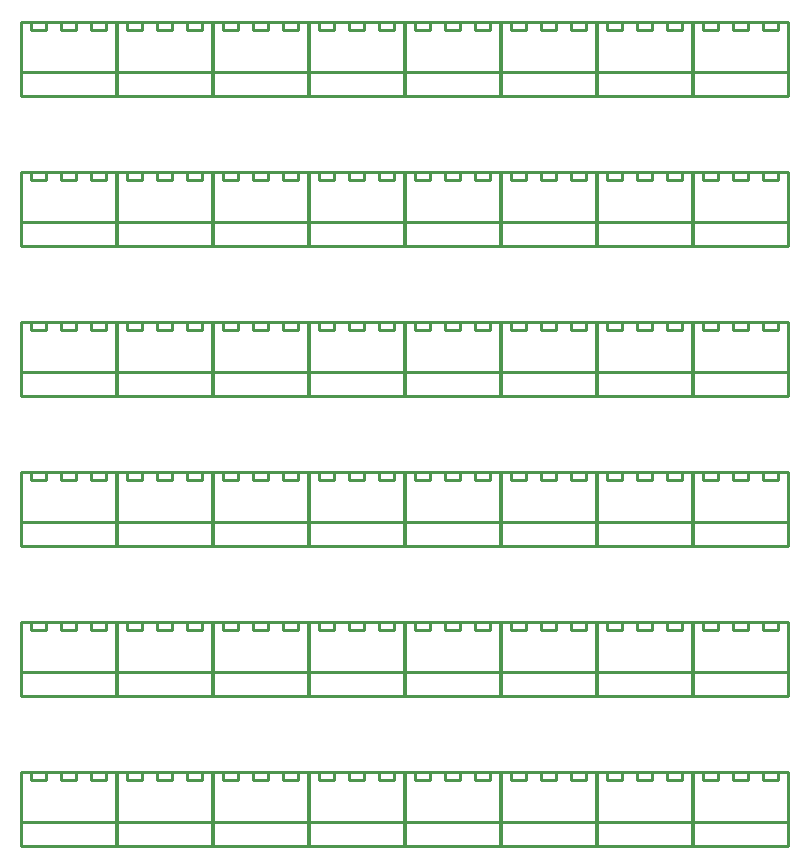
<source format=gbo>
G04 #@! TF.GenerationSoftware,KiCad,Pcbnew,8.0.2-1*
G04 #@! TF.CreationDate,2024-06-10T22:55:01+02:00*
G04 #@! TF.ProjectId,panel-eyes,70616e65-6c2d-4657-9965-732e6b696361,rev?*
G04 #@! TF.SameCoordinates,Original*
G04 #@! TF.FileFunction,Legend,Bot*
G04 #@! TF.FilePolarity,Positive*
%FSLAX46Y46*%
G04 Gerber Fmt 4.6, Leading zero omitted, Abs format (unit mm)*
G04 Created by KiCad (PCBNEW 8.0.2-1) date 2024-06-10 22:55:01*
%MOMM*%
%LPD*%
G01*
G04 APERTURE LIST*
%ADD10C,0.250000*%
G04 APERTURE END LIST*
D10*
G04 #@! TO.C,J1*
X40654000Y-73539500D02*
X48754000Y-73539500D01*
X40654000Y-75589500D02*
X40654000Y-69339500D01*
X41534000Y-69339500D02*
X41534000Y-70009500D01*
X41534000Y-70009500D02*
X42804000Y-70009500D01*
X42804000Y-70009500D02*
X42804000Y-69339500D01*
X44074000Y-69339500D02*
X44074000Y-70009500D01*
X44074000Y-70009500D02*
X45344000Y-70009500D01*
X45344000Y-70009500D02*
X45344000Y-69339500D01*
X46614000Y-69339500D02*
X46614000Y-70009500D01*
X46614000Y-70009500D02*
X47884000Y-70009500D01*
X47884000Y-70009500D02*
X47884000Y-69339500D01*
X48754000Y-69339500D02*
X40654000Y-69339500D01*
X48754000Y-75589500D02*
X40654000Y-75589500D01*
X48754000Y-75589500D02*
X48754000Y-69339500D01*
X14000Y-35439500D02*
X8114000Y-35439500D01*
X14000Y-37489500D02*
X14000Y-31239500D01*
X894000Y-31239500D02*
X894000Y-31909500D01*
X894000Y-31909500D02*
X2164000Y-31909500D01*
X2164000Y-31909500D02*
X2164000Y-31239500D01*
X3434000Y-31239500D02*
X3434000Y-31909500D01*
X3434000Y-31909500D02*
X4704000Y-31909500D01*
X4704000Y-31909500D02*
X4704000Y-31239500D01*
X5974000Y-31239500D02*
X5974000Y-31909500D01*
X5974000Y-31909500D02*
X7244000Y-31909500D01*
X7244000Y-31909500D02*
X7244000Y-31239500D01*
X8114000Y-31239500D02*
X14000Y-31239500D01*
X8114000Y-37489500D02*
X14000Y-37489500D01*
X8114000Y-37489500D02*
X8114000Y-31239500D01*
X32526000Y-22739500D02*
X40626000Y-22739500D01*
X32526000Y-24789500D02*
X32526000Y-18539500D01*
X33406000Y-18539500D02*
X33406000Y-19209500D01*
X33406000Y-19209500D02*
X34676000Y-19209500D01*
X34676000Y-19209500D02*
X34676000Y-18539500D01*
X35946000Y-18539500D02*
X35946000Y-19209500D01*
X35946000Y-19209500D02*
X37216000Y-19209500D01*
X37216000Y-19209500D02*
X37216000Y-18539500D01*
X38486000Y-18539500D02*
X38486000Y-19209500D01*
X38486000Y-19209500D02*
X39756000Y-19209500D01*
X39756000Y-19209500D02*
X39756000Y-18539500D01*
X40626000Y-18539500D02*
X32526000Y-18539500D01*
X40626000Y-24789500D02*
X32526000Y-24789500D01*
X40626000Y-24789500D02*
X40626000Y-18539500D01*
X8142000Y-48139500D02*
X16242000Y-48139500D01*
X8142000Y-50189500D02*
X8142000Y-43939500D01*
X9022000Y-43939500D02*
X9022000Y-44609500D01*
X9022000Y-44609500D02*
X10292000Y-44609500D01*
X10292000Y-44609500D02*
X10292000Y-43939500D01*
X11562000Y-43939500D02*
X11562000Y-44609500D01*
X11562000Y-44609500D02*
X12832000Y-44609500D01*
X12832000Y-44609500D02*
X12832000Y-43939500D01*
X14102000Y-43939500D02*
X14102000Y-44609500D01*
X14102000Y-44609500D02*
X15372000Y-44609500D01*
X15372000Y-44609500D02*
X15372000Y-43939500D01*
X16242000Y-43939500D02*
X8142000Y-43939500D01*
X16242000Y-50189500D02*
X8142000Y-50189500D01*
X16242000Y-50189500D02*
X16242000Y-43939500D01*
X56910000Y-60839500D02*
X65010000Y-60839500D01*
X56910000Y-62889500D02*
X56910000Y-56639500D01*
X57790000Y-56639500D02*
X57790000Y-57309500D01*
X57790000Y-57309500D02*
X59060000Y-57309500D01*
X59060000Y-57309500D02*
X59060000Y-56639500D01*
X60330000Y-56639500D02*
X60330000Y-57309500D01*
X60330000Y-57309500D02*
X61600000Y-57309500D01*
X61600000Y-57309500D02*
X61600000Y-56639500D01*
X62870000Y-56639500D02*
X62870000Y-57309500D01*
X62870000Y-57309500D02*
X64140000Y-57309500D01*
X64140000Y-57309500D02*
X64140000Y-56639500D01*
X65010000Y-56639500D02*
X56910000Y-56639500D01*
X65010000Y-62889500D02*
X56910000Y-62889500D01*
X65010000Y-62889500D02*
X65010000Y-56639500D01*
X8142000Y-73539500D02*
X16242000Y-73539500D01*
X8142000Y-75589500D02*
X8142000Y-69339500D01*
X9022000Y-69339500D02*
X9022000Y-70009500D01*
X9022000Y-70009500D02*
X10292000Y-70009500D01*
X10292000Y-70009500D02*
X10292000Y-69339500D01*
X11562000Y-69339500D02*
X11562000Y-70009500D01*
X11562000Y-70009500D02*
X12832000Y-70009500D01*
X12832000Y-70009500D02*
X12832000Y-69339500D01*
X14102000Y-69339500D02*
X14102000Y-70009500D01*
X14102000Y-70009500D02*
X15372000Y-70009500D01*
X15372000Y-70009500D02*
X15372000Y-69339500D01*
X16242000Y-69339500D02*
X8142000Y-69339500D01*
X16242000Y-75589500D02*
X8142000Y-75589500D01*
X16242000Y-75589500D02*
X16242000Y-69339500D01*
X40654000Y-10039500D02*
X48754000Y-10039500D01*
X40654000Y-12089500D02*
X40654000Y-5839500D01*
X41534000Y-5839500D02*
X41534000Y-6509500D01*
X41534000Y-6509500D02*
X42804000Y-6509500D01*
X42804000Y-6509500D02*
X42804000Y-5839500D01*
X44074000Y-5839500D02*
X44074000Y-6509500D01*
X44074000Y-6509500D02*
X45344000Y-6509500D01*
X45344000Y-6509500D02*
X45344000Y-5839500D01*
X46614000Y-5839500D02*
X46614000Y-6509500D01*
X46614000Y-6509500D02*
X47884000Y-6509500D01*
X47884000Y-6509500D02*
X47884000Y-5839500D01*
X48754000Y-5839500D02*
X40654000Y-5839500D01*
X48754000Y-12089500D02*
X40654000Y-12089500D01*
X48754000Y-12089500D02*
X48754000Y-5839500D01*
X16270000Y-22739500D02*
X24370000Y-22739500D01*
X16270000Y-24789500D02*
X16270000Y-18539500D01*
X17150000Y-18539500D02*
X17150000Y-19209500D01*
X17150000Y-19209500D02*
X18420000Y-19209500D01*
X18420000Y-19209500D02*
X18420000Y-18539500D01*
X19690000Y-18539500D02*
X19690000Y-19209500D01*
X19690000Y-19209500D02*
X20960000Y-19209500D01*
X20960000Y-19209500D02*
X20960000Y-18539500D01*
X22230000Y-18539500D02*
X22230000Y-19209500D01*
X22230000Y-19209500D02*
X23500000Y-19209500D01*
X23500000Y-19209500D02*
X23500000Y-18539500D01*
X24370000Y-18539500D02*
X16270000Y-18539500D01*
X24370000Y-24789500D02*
X16270000Y-24789500D01*
X24370000Y-24789500D02*
X24370000Y-18539500D01*
X8142000Y-10039500D02*
X16242000Y-10039500D01*
X8142000Y-12089500D02*
X8142000Y-5839500D01*
X9022000Y-5839500D02*
X9022000Y-6509500D01*
X9022000Y-6509500D02*
X10292000Y-6509500D01*
X10292000Y-6509500D02*
X10292000Y-5839500D01*
X11562000Y-5839500D02*
X11562000Y-6509500D01*
X11562000Y-6509500D02*
X12832000Y-6509500D01*
X12832000Y-6509500D02*
X12832000Y-5839500D01*
X14102000Y-5839500D02*
X14102000Y-6509500D01*
X14102000Y-6509500D02*
X15372000Y-6509500D01*
X15372000Y-6509500D02*
X15372000Y-5839500D01*
X16242000Y-5839500D02*
X8142000Y-5839500D01*
X16242000Y-12089500D02*
X8142000Y-12089500D01*
X16242000Y-12089500D02*
X16242000Y-5839500D01*
X16270000Y-60839500D02*
X24370000Y-60839500D01*
X16270000Y-62889500D02*
X16270000Y-56639500D01*
X17150000Y-56639500D02*
X17150000Y-57309500D01*
X17150000Y-57309500D02*
X18420000Y-57309500D01*
X18420000Y-57309500D02*
X18420000Y-56639500D01*
X19690000Y-56639500D02*
X19690000Y-57309500D01*
X19690000Y-57309500D02*
X20960000Y-57309500D01*
X20960000Y-57309500D02*
X20960000Y-56639500D01*
X22230000Y-56639500D02*
X22230000Y-57309500D01*
X22230000Y-57309500D02*
X23500000Y-57309500D01*
X23500000Y-57309500D02*
X23500000Y-56639500D01*
X24370000Y-56639500D02*
X16270000Y-56639500D01*
X24370000Y-62889500D02*
X16270000Y-62889500D01*
X24370000Y-62889500D02*
X24370000Y-56639500D01*
X32526000Y-60839500D02*
X40626000Y-60839500D01*
X32526000Y-62889500D02*
X32526000Y-56639500D01*
X33406000Y-56639500D02*
X33406000Y-57309500D01*
X33406000Y-57309500D02*
X34676000Y-57309500D01*
X34676000Y-57309500D02*
X34676000Y-56639500D01*
X35946000Y-56639500D02*
X35946000Y-57309500D01*
X35946000Y-57309500D02*
X37216000Y-57309500D01*
X37216000Y-57309500D02*
X37216000Y-56639500D01*
X38486000Y-56639500D02*
X38486000Y-57309500D01*
X38486000Y-57309500D02*
X39756000Y-57309500D01*
X39756000Y-57309500D02*
X39756000Y-56639500D01*
X40626000Y-56639500D02*
X32526000Y-56639500D01*
X40626000Y-62889500D02*
X32526000Y-62889500D01*
X40626000Y-62889500D02*
X40626000Y-56639500D01*
X48782000Y-48139500D02*
X56882000Y-48139500D01*
X48782000Y-50189500D02*
X48782000Y-43939500D01*
X49662000Y-43939500D02*
X49662000Y-44609500D01*
X49662000Y-44609500D02*
X50932000Y-44609500D01*
X50932000Y-44609500D02*
X50932000Y-43939500D01*
X52202000Y-43939500D02*
X52202000Y-44609500D01*
X52202000Y-44609500D02*
X53472000Y-44609500D01*
X53472000Y-44609500D02*
X53472000Y-43939500D01*
X54742000Y-43939500D02*
X54742000Y-44609500D01*
X54742000Y-44609500D02*
X56012000Y-44609500D01*
X56012000Y-44609500D02*
X56012000Y-43939500D01*
X56882000Y-43939500D02*
X48782000Y-43939500D01*
X56882000Y-50189500D02*
X48782000Y-50189500D01*
X56882000Y-50189500D02*
X56882000Y-43939500D01*
X32526000Y-48139500D02*
X40626000Y-48139500D01*
X32526000Y-50189500D02*
X32526000Y-43939500D01*
X33406000Y-43939500D02*
X33406000Y-44609500D01*
X33406000Y-44609500D02*
X34676000Y-44609500D01*
X34676000Y-44609500D02*
X34676000Y-43939500D01*
X35946000Y-43939500D02*
X35946000Y-44609500D01*
X35946000Y-44609500D02*
X37216000Y-44609500D01*
X37216000Y-44609500D02*
X37216000Y-43939500D01*
X38486000Y-43939500D02*
X38486000Y-44609500D01*
X38486000Y-44609500D02*
X39756000Y-44609500D01*
X39756000Y-44609500D02*
X39756000Y-43939500D01*
X40626000Y-43939500D02*
X32526000Y-43939500D01*
X40626000Y-50189500D02*
X32526000Y-50189500D01*
X40626000Y-50189500D02*
X40626000Y-43939500D01*
X48782000Y-60839500D02*
X56882000Y-60839500D01*
X48782000Y-62889500D02*
X48782000Y-56639500D01*
X49662000Y-56639500D02*
X49662000Y-57309500D01*
X49662000Y-57309500D02*
X50932000Y-57309500D01*
X50932000Y-57309500D02*
X50932000Y-56639500D01*
X52202000Y-56639500D02*
X52202000Y-57309500D01*
X52202000Y-57309500D02*
X53472000Y-57309500D01*
X53472000Y-57309500D02*
X53472000Y-56639500D01*
X54742000Y-56639500D02*
X54742000Y-57309500D01*
X54742000Y-57309500D02*
X56012000Y-57309500D01*
X56012000Y-57309500D02*
X56012000Y-56639500D01*
X56882000Y-56639500D02*
X48782000Y-56639500D01*
X56882000Y-62889500D02*
X48782000Y-62889500D01*
X56882000Y-62889500D02*
X56882000Y-56639500D01*
X8142000Y-22739500D02*
X16242000Y-22739500D01*
X8142000Y-24789500D02*
X8142000Y-18539500D01*
X9022000Y-18539500D02*
X9022000Y-19209500D01*
X9022000Y-19209500D02*
X10292000Y-19209500D01*
X10292000Y-19209500D02*
X10292000Y-18539500D01*
X11562000Y-18539500D02*
X11562000Y-19209500D01*
X11562000Y-19209500D02*
X12832000Y-19209500D01*
X12832000Y-19209500D02*
X12832000Y-18539500D01*
X14102000Y-18539500D02*
X14102000Y-19209500D01*
X14102000Y-19209500D02*
X15372000Y-19209500D01*
X15372000Y-19209500D02*
X15372000Y-18539500D01*
X16242000Y-18539500D02*
X8142000Y-18539500D01*
X16242000Y-24789500D02*
X8142000Y-24789500D01*
X16242000Y-24789500D02*
X16242000Y-18539500D01*
X14000Y-10039500D02*
X8114000Y-10039500D01*
X14000Y-12089500D02*
X14000Y-5839500D01*
X894000Y-5839500D02*
X894000Y-6509500D01*
X894000Y-6509500D02*
X2164000Y-6509500D01*
X2164000Y-6509500D02*
X2164000Y-5839500D01*
X3434000Y-5839500D02*
X3434000Y-6509500D01*
X3434000Y-6509500D02*
X4704000Y-6509500D01*
X4704000Y-6509500D02*
X4704000Y-5839500D01*
X5974000Y-5839500D02*
X5974000Y-6509500D01*
X5974000Y-6509500D02*
X7244000Y-6509500D01*
X7244000Y-6509500D02*
X7244000Y-5839500D01*
X8114000Y-5839500D02*
X14000Y-5839500D01*
X8114000Y-12089500D02*
X14000Y-12089500D01*
X8114000Y-12089500D02*
X8114000Y-5839500D01*
X40654000Y-22739500D02*
X48754000Y-22739500D01*
X40654000Y-24789500D02*
X40654000Y-18539500D01*
X41534000Y-18539500D02*
X41534000Y-19209500D01*
X41534000Y-19209500D02*
X42804000Y-19209500D01*
X42804000Y-19209500D02*
X42804000Y-18539500D01*
X44074000Y-18539500D02*
X44074000Y-19209500D01*
X44074000Y-19209500D02*
X45344000Y-19209500D01*
X45344000Y-19209500D02*
X45344000Y-18539500D01*
X46614000Y-18539500D02*
X46614000Y-19209500D01*
X46614000Y-19209500D02*
X47884000Y-19209500D01*
X47884000Y-19209500D02*
X47884000Y-18539500D01*
X48754000Y-18539500D02*
X40654000Y-18539500D01*
X48754000Y-24789500D02*
X40654000Y-24789500D01*
X48754000Y-24789500D02*
X48754000Y-18539500D01*
X56910000Y-35439500D02*
X65010000Y-35439500D01*
X56910000Y-37489500D02*
X56910000Y-31239500D01*
X57790000Y-31239500D02*
X57790000Y-31909500D01*
X57790000Y-31909500D02*
X59060000Y-31909500D01*
X59060000Y-31909500D02*
X59060000Y-31239500D01*
X60330000Y-31239500D02*
X60330000Y-31909500D01*
X60330000Y-31909500D02*
X61600000Y-31909500D01*
X61600000Y-31909500D02*
X61600000Y-31239500D01*
X62870000Y-31239500D02*
X62870000Y-31909500D01*
X62870000Y-31909500D02*
X64140000Y-31909500D01*
X64140000Y-31909500D02*
X64140000Y-31239500D01*
X65010000Y-31239500D02*
X56910000Y-31239500D01*
X65010000Y-37489500D02*
X56910000Y-37489500D01*
X65010000Y-37489500D02*
X65010000Y-31239500D01*
X56910000Y-73539500D02*
X65010000Y-73539500D01*
X56910000Y-75589500D02*
X56910000Y-69339500D01*
X57790000Y-69339500D02*
X57790000Y-70009500D01*
X57790000Y-70009500D02*
X59060000Y-70009500D01*
X59060000Y-70009500D02*
X59060000Y-69339500D01*
X60330000Y-69339500D02*
X60330000Y-70009500D01*
X60330000Y-70009500D02*
X61600000Y-70009500D01*
X61600000Y-70009500D02*
X61600000Y-69339500D01*
X62870000Y-69339500D02*
X62870000Y-70009500D01*
X62870000Y-70009500D02*
X64140000Y-70009500D01*
X64140000Y-70009500D02*
X64140000Y-69339500D01*
X65010000Y-69339500D02*
X56910000Y-69339500D01*
X65010000Y-75589500D02*
X56910000Y-75589500D01*
X65010000Y-75589500D02*
X65010000Y-69339500D01*
X14000Y-60839500D02*
X8114000Y-60839500D01*
X14000Y-62889500D02*
X14000Y-56639500D01*
X894000Y-56639500D02*
X894000Y-57309500D01*
X894000Y-57309500D02*
X2164000Y-57309500D01*
X2164000Y-57309500D02*
X2164000Y-56639500D01*
X3434000Y-56639500D02*
X3434000Y-57309500D01*
X3434000Y-57309500D02*
X4704000Y-57309500D01*
X4704000Y-57309500D02*
X4704000Y-56639500D01*
X5974000Y-56639500D02*
X5974000Y-57309500D01*
X5974000Y-57309500D02*
X7244000Y-57309500D01*
X7244000Y-57309500D02*
X7244000Y-56639500D01*
X8114000Y-56639500D02*
X14000Y-56639500D01*
X8114000Y-62889500D02*
X14000Y-62889500D01*
X8114000Y-62889500D02*
X8114000Y-56639500D01*
X40654000Y-48139500D02*
X48754000Y-48139500D01*
X40654000Y-50189500D02*
X40654000Y-43939500D01*
X41534000Y-43939500D02*
X41534000Y-44609500D01*
X41534000Y-44609500D02*
X42804000Y-44609500D01*
X42804000Y-44609500D02*
X42804000Y-43939500D01*
X44074000Y-43939500D02*
X44074000Y-44609500D01*
X44074000Y-44609500D02*
X45344000Y-44609500D01*
X45344000Y-44609500D02*
X45344000Y-43939500D01*
X46614000Y-43939500D02*
X46614000Y-44609500D01*
X46614000Y-44609500D02*
X47884000Y-44609500D01*
X47884000Y-44609500D02*
X47884000Y-43939500D01*
X48754000Y-43939500D02*
X40654000Y-43939500D01*
X48754000Y-50189500D02*
X40654000Y-50189500D01*
X48754000Y-50189500D02*
X48754000Y-43939500D01*
X32526000Y-73539500D02*
X40626000Y-73539500D01*
X32526000Y-75589500D02*
X32526000Y-69339500D01*
X33406000Y-69339500D02*
X33406000Y-70009500D01*
X33406000Y-70009500D02*
X34676000Y-70009500D01*
X34676000Y-70009500D02*
X34676000Y-69339500D01*
X35946000Y-69339500D02*
X35946000Y-70009500D01*
X35946000Y-70009500D02*
X37216000Y-70009500D01*
X37216000Y-70009500D02*
X37216000Y-69339500D01*
X38486000Y-69339500D02*
X38486000Y-70009500D01*
X38486000Y-70009500D02*
X39756000Y-70009500D01*
X39756000Y-70009500D02*
X39756000Y-69339500D01*
X40626000Y-69339500D02*
X32526000Y-69339500D01*
X40626000Y-75589500D02*
X32526000Y-75589500D01*
X40626000Y-75589500D02*
X40626000Y-69339500D01*
X24398000Y-60839500D02*
X32498000Y-60839500D01*
X24398000Y-62889500D02*
X24398000Y-56639500D01*
X25278000Y-56639500D02*
X25278000Y-57309500D01*
X25278000Y-57309500D02*
X26548000Y-57309500D01*
X26548000Y-57309500D02*
X26548000Y-56639500D01*
X27818000Y-56639500D02*
X27818000Y-57309500D01*
X27818000Y-57309500D02*
X29088000Y-57309500D01*
X29088000Y-57309500D02*
X29088000Y-56639500D01*
X30358000Y-56639500D02*
X30358000Y-57309500D01*
X30358000Y-57309500D02*
X31628000Y-57309500D01*
X31628000Y-57309500D02*
X31628000Y-56639500D01*
X32498000Y-56639500D02*
X24398000Y-56639500D01*
X32498000Y-62889500D02*
X24398000Y-62889500D01*
X32498000Y-62889500D02*
X32498000Y-56639500D01*
X32526000Y-35439500D02*
X40626000Y-35439500D01*
X32526000Y-37489500D02*
X32526000Y-31239500D01*
X33406000Y-31239500D02*
X33406000Y-31909500D01*
X33406000Y-31909500D02*
X34676000Y-31909500D01*
X34676000Y-31909500D02*
X34676000Y-31239500D01*
X35946000Y-31239500D02*
X35946000Y-31909500D01*
X35946000Y-31909500D02*
X37216000Y-31909500D01*
X37216000Y-31909500D02*
X37216000Y-31239500D01*
X38486000Y-31239500D02*
X38486000Y-31909500D01*
X38486000Y-31909500D02*
X39756000Y-31909500D01*
X39756000Y-31909500D02*
X39756000Y-31239500D01*
X40626000Y-31239500D02*
X32526000Y-31239500D01*
X40626000Y-37489500D02*
X32526000Y-37489500D01*
X40626000Y-37489500D02*
X40626000Y-31239500D01*
X24398000Y-73539500D02*
X32498000Y-73539500D01*
X24398000Y-75589500D02*
X24398000Y-69339500D01*
X25278000Y-69339500D02*
X25278000Y-70009500D01*
X25278000Y-70009500D02*
X26548000Y-70009500D01*
X26548000Y-70009500D02*
X26548000Y-69339500D01*
X27818000Y-69339500D02*
X27818000Y-70009500D01*
X27818000Y-70009500D02*
X29088000Y-70009500D01*
X29088000Y-70009500D02*
X29088000Y-69339500D01*
X30358000Y-69339500D02*
X30358000Y-70009500D01*
X30358000Y-70009500D02*
X31628000Y-70009500D01*
X31628000Y-70009500D02*
X31628000Y-69339500D01*
X32498000Y-69339500D02*
X24398000Y-69339500D01*
X32498000Y-75589500D02*
X24398000Y-75589500D01*
X32498000Y-75589500D02*
X32498000Y-69339500D01*
X56910000Y-48139500D02*
X65010000Y-48139500D01*
X56910000Y-50189500D02*
X56910000Y-43939500D01*
X57790000Y-43939500D02*
X57790000Y-44609500D01*
X57790000Y-44609500D02*
X59060000Y-44609500D01*
X59060000Y-44609500D02*
X59060000Y-43939500D01*
X60330000Y-43939500D02*
X60330000Y-44609500D01*
X60330000Y-44609500D02*
X61600000Y-44609500D01*
X61600000Y-44609500D02*
X61600000Y-43939500D01*
X62870000Y-43939500D02*
X62870000Y-44609500D01*
X62870000Y-44609500D02*
X64140000Y-44609500D01*
X64140000Y-44609500D02*
X64140000Y-43939500D01*
X65010000Y-43939500D02*
X56910000Y-43939500D01*
X65010000Y-50189500D02*
X56910000Y-50189500D01*
X65010000Y-50189500D02*
X65010000Y-43939500D01*
X8142000Y-35439500D02*
X16242000Y-35439500D01*
X8142000Y-37489500D02*
X8142000Y-31239500D01*
X9022000Y-31239500D02*
X9022000Y-31909500D01*
X9022000Y-31909500D02*
X10292000Y-31909500D01*
X10292000Y-31909500D02*
X10292000Y-31239500D01*
X11562000Y-31239500D02*
X11562000Y-31909500D01*
X11562000Y-31909500D02*
X12832000Y-31909500D01*
X12832000Y-31909500D02*
X12832000Y-31239500D01*
X14102000Y-31239500D02*
X14102000Y-31909500D01*
X14102000Y-31909500D02*
X15372000Y-31909500D01*
X15372000Y-31909500D02*
X15372000Y-31239500D01*
X16242000Y-31239500D02*
X8142000Y-31239500D01*
X16242000Y-37489500D02*
X8142000Y-37489500D01*
X16242000Y-37489500D02*
X16242000Y-31239500D01*
X24398000Y-35439500D02*
X32498000Y-35439500D01*
X24398000Y-37489500D02*
X24398000Y-31239500D01*
X25278000Y-31239500D02*
X25278000Y-31909500D01*
X25278000Y-31909500D02*
X26548000Y-31909500D01*
X26548000Y-31909500D02*
X26548000Y-31239500D01*
X27818000Y-31239500D02*
X27818000Y-31909500D01*
X27818000Y-31909500D02*
X29088000Y-31909500D01*
X29088000Y-31909500D02*
X29088000Y-31239500D01*
X30358000Y-31239500D02*
X30358000Y-31909500D01*
X30358000Y-31909500D02*
X31628000Y-31909500D01*
X31628000Y-31909500D02*
X31628000Y-31239500D01*
X32498000Y-31239500D02*
X24398000Y-31239500D01*
X32498000Y-37489500D02*
X24398000Y-37489500D01*
X32498000Y-37489500D02*
X32498000Y-31239500D01*
X14000Y-73539500D02*
X8114000Y-73539500D01*
X14000Y-75589500D02*
X14000Y-69339500D01*
X894000Y-69339500D02*
X894000Y-70009500D01*
X894000Y-70009500D02*
X2164000Y-70009500D01*
X2164000Y-70009500D02*
X2164000Y-69339500D01*
X3434000Y-69339500D02*
X3434000Y-70009500D01*
X3434000Y-70009500D02*
X4704000Y-70009500D01*
X4704000Y-70009500D02*
X4704000Y-69339500D01*
X5974000Y-69339500D02*
X5974000Y-70009500D01*
X5974000Y-70009500D02*
X7244000Y-70009500D01*
X7244000Y-70009500D02*
X7244000Y-69339500D01*
X8114000Y-69339500D02*
X14000Y-69339500D01*
X8114000Y-75589500D02*
X14000Y-75589500D01*
X8114000Y-75589500D02*
X8114000Y-69339500D01*
X40654000Y-35439500D02*
X48754000Y-35439500D01*
X40654000Y-37489500D02*
X40654000Y-31239500D01*
X41534000Y-31239500D02*
X41534000Y-31909500D01*
X41534000Y-31909500D02*
X42804000Y-31909500D01*
X42804000Y-31909500D02*
X42804000Y-31239500D01*
X44074000Y-31239500D02*
X44074000Y-31909500D01*
X44074000Y-31909500D02*
X45344000Y-31909500D01*
X45344000Y-31909500D02*
X45344000Y-31239500D01*
X46614000Y-31239500D02*
X46614000Y-31909500D01*
X46614000Y-31909500D02*
X47884000Y-31909500D01*
X47884000Y-31909500D02*
X47884000Y-31239500D01*
X48754000Y-31239500D02*
X40654000Y-31239500D01*
X48754000Y-37489500D02*
X40654000Y-37489500D01*
X48754000Y-37489500D02*
X48754000Y-31239500D01*
X56910000Y-10039500D02*
X65010000Y-10039500D01*
X56910000Y-12089500D02*
X56910000Y-5839500D01*
X57790000Y-5839500D02*
X57790000Y-6509500D01*
X57790000Y-6509500D02*
X59060000Y-6509500D01*
X59060000Y-6509500D02*
X59060000Y-5839500D01*
X60330000Y-5839500D02*
X60330000Y-6509500D01*
X60330000Y-6509500D02*
X61600000Y-6509500D01*
X61600000Y-6509500D02*
X61600000Y-5839500D01*
X62870000Y-5839500D02*
X62870000Y-6509500D01*
X62870000Y-6509500D02*
X64140000Y-6509500D01*
X64140000Y-6509500D02*
X64140000Y-5839500D01*
X65010000Y-5839500D02*
X56910000Y-5839500D01*
X65010000Y-12089500D02*
X56910000Y-12089500D01*
X65010000Y-12089500D02*
X65010000Y-5839500D01*
X14000Y-22739500D02*
X8114000Y-22739500D01*
X14000Y-24789500D02*
X14000Y-18539500D01*
X894000Y-18539500D02*
X894000Y-19209500D01*
X894000Y-19209500D02*
X2164000Y-19209500D01*
X2164000Y-19209500D02*
X2164000Y-18539500D01*
X3434000Y-18539500D02*
X3434000Y-19209500D01*
X3434000Y-19209500D02*
X4704000Y-19209500D01*
X4704000Y-19209500D02*
X4704000Y-18539500D01*
X5974000Y-18539500D02*
X5974000Y-19209500D01*
X5974000Y-19209500D02*
X7244000Y-19209500D01*
X7244000Y-19209500D02*
X7244000Y-18539500D01*
X8114000Y-18539500D02*
X14000Y-18539500D01*
X8114000Y-24789500D02*
X14000Y-24789500D01*
X8114000Y-24789500D02*
X8114000Y-18539500D01*
X24398000Y-10039500D02*
X32498000Y-10039500D01*
X24398000Y-12089500D02*
X24398000Y-5839500D01*
X25278000Y-5839500D02*
X25278000Y-6509500D01*
X25278000Y-6509500D02*
X26548000Y-6509500D01*
X26548000Y-6509500D02*
X26548000Y-5839500D01*
X27818000Y-5839500D02*
X27818000Y-6509500D01*
X27818000Y-6509500D02*
X29088000Y-6509500D01*
X29088000Y-6509500D02*
X29088000Y-5839500D01*
X30358000Y-5839500D02*
X30358000Y-6509500D01*
X30358000Y-6509500D02*
X31628000Y-6509500D01*
X31628000Y-6509500D02*
X31628000Y-5839500D01*
X32498000Y-5839500D02*
X24398000Y-5839500D01*
X32498000Y-12089500D02*
X24398000Y-12089500D01*
X32498000Y-12089500D02*
X32498000Y-5839500D01*
X16270000Y-35439500D02*
X24370000Y-35439500D01*
X16270000Y-37489500D02*
X16270000Y-31239500D01*
X17150000Y-31239500D02*
X17150000Y-31909500D01*
X17150000Y-31909500D02*
X18420000Y-31909500D01*
X18420000Y-31909500D02*
X18420000Y-31239500D01*
X19690000Y-31239500D02*
X19690000Y-31909500D01*
X19690000Y-31909500D02*
X20960000Y-31909500D01*
X20960000Y-31909500D02*
X20960000Y-31239500D01*
X22230000Y-31239500D02*
X22230000Y-31909500D01*
X22230000Y-31909500D02*
X23500000Y-31909500D01*
X23500000Y-31909500D02*
X23500000Y-31239500D01*
X24370000Y-31239500D02*
X16270000Y-31239500D01*
X24370000Y-37489500D02*
X16270000Y-37489500D01*
X24370000Y-37489500D02*
X24370000Y-31239500D01*
X16270000Y-48139500D02*
X24370000Y-48139500D01*
X16270000Y-50189500D02*
X16270000Y-43939500D01*
X17150000Y-43939500D02*
X17150000Y-44609500D01*
X17150000Y-44609500D02*
X18420000Y-44609500D01*
X18420000Y-44609500D02*
X18420000Y-43939500D01*
X19690000Y-43939500D02*
X19690000Y-44609500D01*
X19690000Y-44609500D02*
X20960000Y-44609500D01*
X20960000Y-44609500D02*
X20960000Y-43939500D01*
X22230000Y-43939500D02*
X22230000Y-44609500D01*
X22230000Y-44609500D02*
X23500000Y-44609500D01*
X23500000Y-44609500D02*
X23500000Y-43939500D01*
X24370000Y-43939500D02*
X16270000Y-43939500D01*
X24370000Y-50189500D02*
X16270000Y-50189500D01*
X24370000Y-50189500D02*
X24370000Y-43939500D01*
X40654000Y-60839500D02*
X48754000Y-60839500D01*
X40654000Y-62889500D02*
X40654000Y-56639500D01*
X41534000Y-56639500D02*
X41534000Y-57309500D01*
X41534000Y-57309500D02*
X42804000Y-57309500D01*
X42804000Y-57309500D02*
X42804000Y-56639500D01*
X44074000Y-56639500D02*
X44074000Y-57309500D01*
X44074000Y-57309500D02*
X45344000Y-57309500D01*
X45344000Y-57309500D02*
X45344000Y-56639500D01*
X46614000Y-56639500D02*
X46614000Y-57309500D01*
X46614000Y-57309500D02*
X47884000Y-57309500D01*
X47884000Y-57309500D02*
X47884000Y-56639500D01*
X48754000Y-56639500D02*
X40654000Y-56639500D01*
X48754000Y-62889500D02*
X40654000Y-62889500D01*
X48754000Y-62889500D02*
X48754000Y-56639500D01*
X32526000Y-10039500D02*
X40626000Y-10039500D01*
X32526000Y-12089500D02*
X32526000Y-5839500D01*
X33406000Y-5839500D02*
X33406000Y-6509500D01*
X33406000Y-6509500D02*
X34676000Y-6509500D01*
X34676000Y-6509500D02*
X34676000Y-5839500D01*
X35946000Y-5839500D02*
X35946000Y-6509500D01*
X35946000Y-6509500D02*
X37216000Y-6509500D01*
X37216000Y-6509500D02*
X37216000Y-5839500D01*
X38486000Y-5839500D02*
X38486000Y-6509500D01*
X38486000Y-6509500D02*
X39756000Y-6509500D01*
X39756000Y-6509500D02*
X39756000Y-5839500D01*
X40626000Y-5839500D02*
X32526000Y-5839500D01*
X40626000Y-12089500D02*
X32526000Y-12089500D01*
X40626000Y-12089500D02*
X40626000Y-5839500D01*
X56910000Y-22739500D02*
X65010000Y-22739500D01*
X56910000Y-24789500D02*
X56910000Y-18539500D01*
X57790000Y-18539500D02*
X57790000Y-19209500D01*
X57790000Y-19209500D02*
X59060000Y-19209500D01*
X59060000Y-19209500D02*
X59060000Y-18539500D01*
X60330000Y-18539500D02*
X60330000Y-19209500D01*
X60330000Y-19209500D02*
X61600000Y-19209500D01*
X61600000Y-19209500D02*
X61600000Y-18539500D01*
X62870000Y-18539500D02*
X62870000Y-19209500D01*
X62870000Y-19209500D02*
X64140000Y-19209500D01*
X64140000Y-19209500D02*
X64140000Y-18539500D01*
X65010000Y-18539500D02*
X56910000Y-18539500D01*
X65010000Y-24789500D02*
X56910000Y-24789500D01*
X65010000Y-24789500D02*
X65010000Y-18539500D01*
X14000Y-48139500D02*
X8114000Y-48139500D01*
X14000Y-50189500D02*
X14000Y-43939500D01*
X894000Y-43939500D02*
X894000Y-44609500D01*
X894000Y-44609500D02*
X2164000Y-44609500D01*
X2164000Y-44609500D02*
X2164000Y-43939500D01*
X3434000Y-43939500D02*
X3434000Y-44609500D01*
X3434000Y-44609500D02*
X4704000Y-44609500D01*
X4704000Y-44609500D02*
X4704000Y-43939500D01*
X5974000Y-43939500D02*
X5974000Y-44609500D01*
X5974000Y-44609500D02*
X7244000Y-44609500D01*
X7244000Y-44609500D02*
X7244000Y-43939500D01*
X8114000Y-43939500D02*
X14000Y-43939500D01*
X8114000Y-50189500D02*
X14000Y-50189500D01*
X8114000Y-50189500D02*
X8114000Y-43939500D01*
X48782000Y-22739500D02*
X56882000Y-22739500D01*
X48782000Y-24789500D02*
X48782000Y-18539500D01*
X49662000Y-18539500D02*
X49662000Y-19209500D01*
X49662000Y-19209500D02*
X50932000Y-19209500D01*
X50932000Y-19209500D02*
X50932000Y-18539500D01*
X52202000Y-18539500D02*
X52202000Y-19209500D01*
X52202000Y-19209500D02*
X53472000Y-19209500D01*
X53472000Y-19209500D02*
X53472000Y-18539500D01*
X54742000Y-18539500D02*
X54742000Y-19209500D01*
X54742000Y-19209500D02*
X56012000Y-19209500D01*
X56012000Y-19209500D02*
X56012000Y-18539500D01*
X56882000Y-18539500D02*
X48782000Y-18539500D01*
X56882000Y-24789500D02*
X48782000Y-24789500D01*
X56882000Y-24789500D02*
X56882000Y-18539500D01*
X24398000Y-48139500D02*
X32498000Y-48139500D01*
X24398000Y-50189500D02*
X24398000Y-43939500D01*
X25278000Y-43939500D02*
X25278000Y-44609500D01*
X25278000Y-44609500D02*
X26548000Y-44609500D01*
X26548000Y-44609500D02*
X26548000Y-43939500D01*
X27818000Y-43939500D02*
X27818000Y-44609500D01*
X27818000Y-44609500D02*
X29088000Y-44609500D01*
X29088000Y-44609500D02*
X29088000Y-43939500D01*
X30358000Y-43939500D02*
X30358000Y-44609500D01*
X30358000Y-44609500D02*
X31628000Y-44609500D01*
X31628000Y-44609500D02*
X31628000Y-43939500D01*
X32498000Y-43939500D02*
X24398000Y-43939500D01*
X32498000Y-50189500D02*
X24398000Y-50189500D01*
X32498000Y-50189500D02*
X32498000Y-43939500D01*
X16270000Y-73539500D02*
X24370000Y-73539500D01*
X16270000Y-75589500D02*
X16270000Y-69339500D01*
X17150000Y-69339500D02*
X17150000Y-70009500D01*
X17150000Y-70009500D02*
X18420000Y-70009500D01*
X18420000Y-70009500D02*
X18420000Y-69339500D01*
X19690000Y-69339500D02*
X19690000Y-70009500D01*
X19690000Y-70009500D02*
X20960000Y-70009500D01*
X20960000Y-70009500D02*
X20960000Y-69339500D01*
X22230000Y-69339500D02*
X22230000Y-70009500D01*
X22230000Y-70009500D02*
X23500000Y-70009500D01*
X23500000Y-70009500D02*
X23500000Y-69339500D01*
X24370000Y-69339500D02*
X16270000Y-69339500D01*
X24370000Y-75589500D02*
X16270000Y-75589500D01*
X24370000Y-75589500D02*
X24370000Y-69339500D01*
X8142000Y-60839500D02*
X16242000Y-60839500D01*
X8142000Y-62889500D02*
X8142000Y-56639500D01*
X9022000Y-56639500D02*
X9022000Y-57309500D01*
X9022000Y-57309500D02*
X10292000Y-57309500D01*
X10292000Y-57309500D02*
X10292000Y-56639500D01*
X11562000Y-56639500D02*
X11562000Y-57309500D01*
X11562000Y-57309500D02*
X12832000Y-57309500D01*
X12832000Y-57309500D02*
X12832000Y-56639500D01*
X14102000Y-56639500D02*
X14102000Y-57309500D01*
X14102000Y-57309500D02*
X15372000Y-57309500D01*
X15372000Y-57309500D02*
X15372000Y-56639500D01*
X16242000Y-56639500D02*
X8142000Y-56639500D01*
X16242000Y-62889500D02*
X8142000Y-62889500D01*
X16242000Y-62889500D02*
X16242000Y-56639500D01*
X48782000Y-35439500D02*
X56882000Y-35439500D01*
X48782000Y-37489500D02*
X48782000Y-31239500D01*
X49662000Y-31239500D02*
X49662000Y-31909500D01*
X49662000Y-31909500D02*
X50932000Y-31909500D01*
X50932000Y-31909500D02*
X50932000Y-31239500D01*
X52202000Y-31239500D02*
X52202000Y-31909500D01*
X52202000Y-31909500D02*
X53472000Y-31909500D01*
X53472000Y-31909500D02*
X53472000Y-31239500D01*
X54742000Y-31239500D02*
X54742000Y-31909500D01*
X54742000Y-31909500D02*
X56012000Y-31909500D01*
X56012000Y-31909500D02*
X56012000Y-31239500D01*
X56882000Y-31239500D02*
X48782000Y-31239500D01*
X56882000Y-37489500D02*
X48782000Y-37489500D01*
X56882000Y-37489500D02*
X56882000Y-31239500D01*
X24398000Y-22739500D02*
X32498000Y-22739500D01*
X24398000Y-24789500D02*
X24398000Y-18539500D01*
X25278000Y-18539500D02*
X25278000Y-19209500D01*
X25278000Y-19209500D02*
X26548000Y-19209500D01*
X26548000Y-19209500D02*
X26548000Y-18539500D01*
X27818000Y-18539500D02*
X27818000Y-19209500D01*
X27818000Y-19209500D02*
X29088000Y-19209500D01*
X29088000Y-19209500D02*
X29088000Y-18539500D01*
X30358000Y-18539500D02*
X30358000Y-19209500D01*
X30358000Y-19209500D02*
X31628000Y-19209500D01*
X31628000Y-19209500D02*
X31628000Y-18539500D01*
X32498000Y-18539500D02*
X24398000Y-18539500D01*
X32498000Y-24789500D02*
X24398000Y-24789500D01*
X32498000Y-24789500D02*
X32498000Y-18539500D01*
X16270000Y-10039500D02*
X24370000Y-10039500D01*
X16270000Y-12089500D02*
X16270000Y-5839500D01*
X17150000Y-5839500D02*
X17150000Y-6509500D01*
X17150000Y-6509500D02*
X18420000Y-6509500D01*
X18420000Y-6509500D02*
X18420000Y-5839500D01*
X19690000Y-5839500D02*
X19690000Y-6509500D01*
X19690000Y-6509500D02*
X20960000Y-6509500D01*
X20960000Y-6509500D02*
X20960000Y-5839500D01*
X22230000Y-5839500D02*
X22230000Y-6509500D01*
X22230000Y-6509500D02*
X23500000Y-6509500D01*
X23500000Y-6509500D02*
X23500000Y-5839500D01*
X24370000Y-5839500D02*
X16270000Y-5839500D01*
X24370000Y-12089500D02*
X16270000Y-12089500D01*
X24370000Y-12089500D02*
X24370000Y-5839500D01*
X48782000Y-10039500D02*
X56882000Y-10039500D01*
X48782000Y-12089500D02*
X48782000Y-5839500D01*
X49662000Y-5839500D02*
X49662000Y-6509500D01*
X49662000Y-6509500D02*
X50932000Y-6509500D01*
X50932000Y-6509500D02*
X50932000Y-5839500D01*
X52202000Y-5839500D02*
X52202000Y-6509500D01*
X52202000Y-6509500D02*
X53472000Y-6509500D01*
X53472000Y-6509500D02*
X53472000Y-5839500D01*
X54742000Y-5839500D02*
X54742000Y-6509500D01*
X54742000Y-6509500D02*
X56012000Y-6509500D01*
X56012000Y-6509500D02*
X56012000Y-5839500D01*
X56882000Y-5839500D02*
X48782000Y-5839500D01*
X56882000Y-12089500D02*
X48782000Y-12089500D01*
X56882000Y-12089500D02*
X56882000Y-5839500D01*
X48782000Y-73539500D02*
X56882000Y-73539500D01*
X48782000Y-75589500D02*
X48782000Y-69339500D01*
X49662000Y-69339500D02*
X49662000Y-70009500D01*
X49662000Y-70009500D02*
X50932000Y-70009500D01*
X50932000Y-70009500D02*
X50932000Y-69339500D01*
X52202000Y-69339500D02*
X52202000Y-70009500D01*
X52202000Y-70009500D02*
X53472000Y-70009500D01*
X53472000Y-70009500D02*
X53472000Y-69339500D01*
X54742000Y-69339500D02*
X54742000Y-70009500D01*
X54742000Y-70009500D02*
X56012000Y-70009500D01*
X56012000Y-70009500D02*
X56012000Y-69339500D01*
X56882000Y-69339500D02*
X48782000Y-69339500D01*
X56882000Y-75589500D02*
X48782000Y-75589500D01*
X56882000Y-75589500D02*
X56882000Y-69339500D01*
G04 #@! TD*
M02*

</source>
